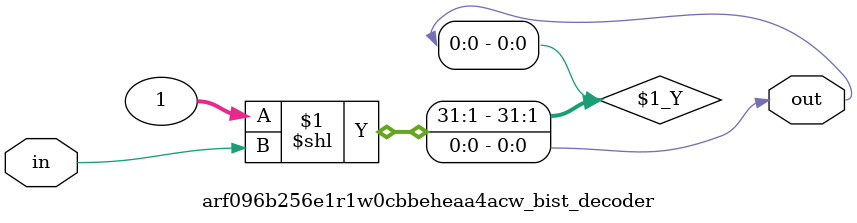
<source format=sv>

`ifndef ARF096B256E1R1W0CBBEHEAA4ACW_BIST_DECODER_SV
`define ARF096B256E1R1W0CBBEHEAA4ACW_BIST_DECODER_SV

module arf096b256e1r1w0cbbeheaa4acw_bist_decoder # (
  parameter IN_WIDTH  = 1,
  parameter OUT_WIDTH = 1
)
(
  input  logic [IN_WIDTH-1:0]  in,
  output logic [OUT_WIDTH-1:0] out
);
  
  assign out = 'b1 << in;

endmodule // arf096b256e1r1w0cbbeheaa4acw_bist_decoder

`endif // ARF096B256E1R1W0CBBEHEAA4ACW_BIST_DECODER_SV
</source>
